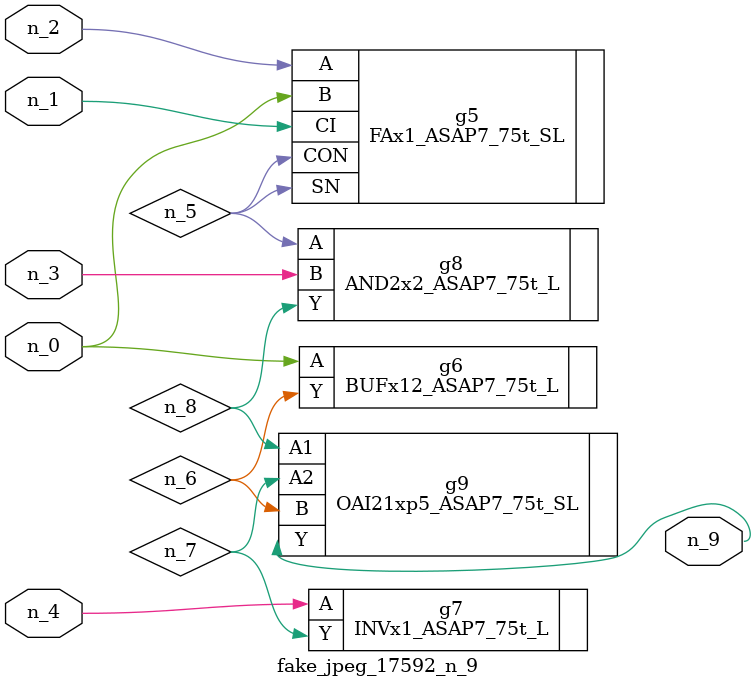
<source format=v>
module fake_jpeg_17592_n_9 (n_3, n_2, n_1, n_0, n_4, n_9);

input n_3;
input n_2;
input n_1;
input n_0;
input n_4;

output n_9;

wire n_8;
wire n_6;
wire n_5;
wire n_7;

FAx1_ASAP7_75t_SL g5 ( 
.A(n_2),
.B(n_0),
.CI(n_1),
.CON(n_5),
.SN(n_5)
);

BUFx12_ASAP7_75t_L g6 ( 
.A(n_0),
.Y(n_6)
);

INVx1_ASAP7_75t_L g7 ( 
.A(n_4),
.Y(n_7)
);

AND2x2_ASAP7_75t_L g8 ( 
.A(n_5),
.B(n_3),
.Y(n_8)
);

OAI21xp5_ASAP7_75t_SL g9 ( 
.A1(n_8),
.A2(n_7),
.B(n_6),
.Y(n_9)
);


endmodule
</source>
